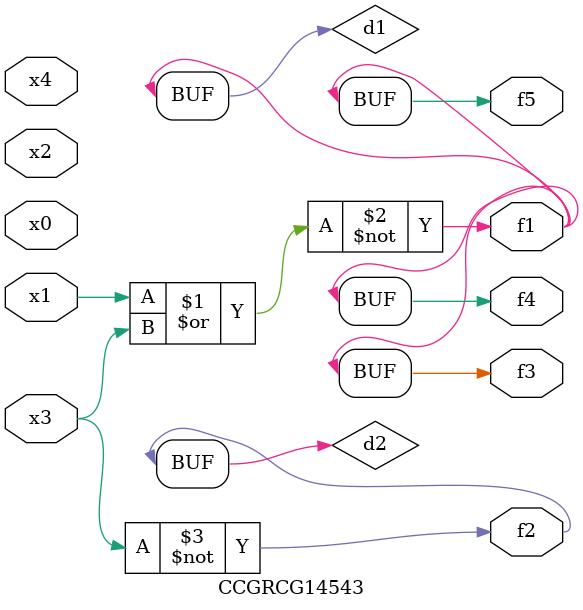
<source format=v>
module CCGRCG14543(
	input x0, x1, x2, x3, x4,
	output f1, f2, f3, f4, f5
);

	wire d1, d2;

	nor (d1, x1, x3);
	not (d2, x3);
	assign f1 = d1;
	assign f2 = d2;
	assign f3 = d1;
	assign f4 = d1;
	assign f5 = d1;
endmodule

</source>
